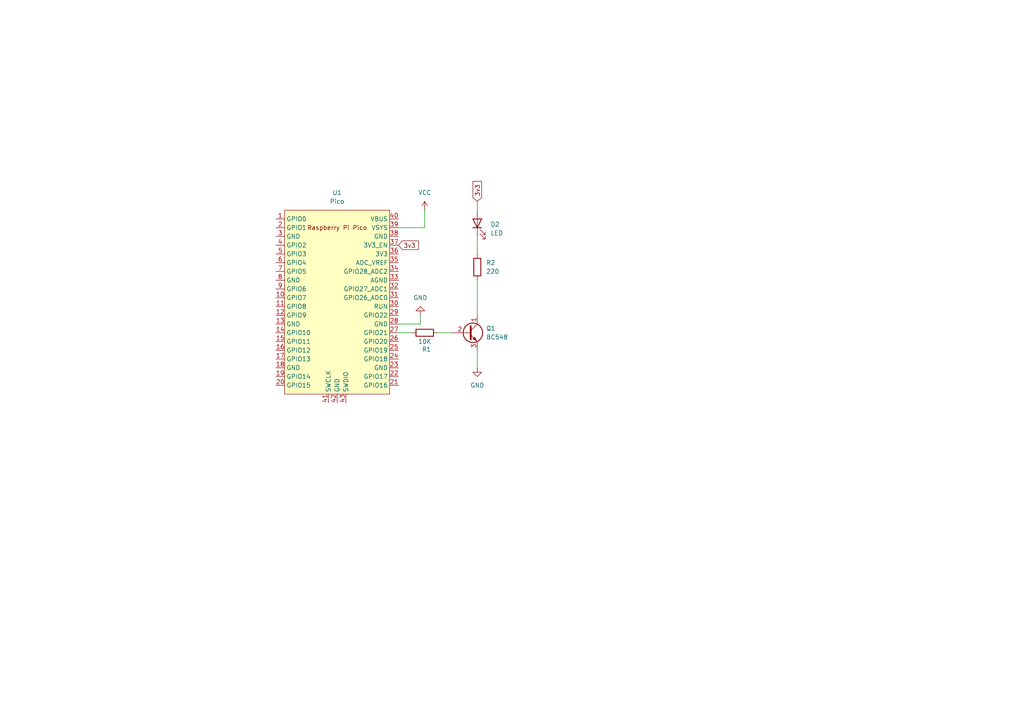
<source format=kicad_sch>
(kicad_sch (version 20231120) (generator "eeschema") (generator_version "8.0")
  (paper "A4")
  (lib_symbols
    (symbol "Device:LED" (pin_numbers hide) (pin_names (offset 1.016) hide)
      (property "Reference" "D" (at 0 2.54 0))
      (property "Value" "LED" (at 0 -2.54 0))
      (symbol "LED_0_1"
        (polyline (pts (xy -1.27 -1.27) (xy -1.27 1.27)) (stroke (width 0.254)))
        (polyline (pts (xy -1.27 0) (xy 1.27 0)))
        (polyline (pts (xy 1.27 -1.27) (xy 1.27 1.27) (xy -1.27 0) (xy 1.27 -1.27)) (stroke (width 0.254)))
        (polyline (pts (xy -3.048 -0.762) (xy -4.572 -2.286) (xy -3.81 -2.286) (xy -4.572 -2.286) (xy -4.572 -1.524)))
        (polyline (pts (xy -1.778 -0.762) (xy -3.302 -2.286) (xy -2.54 -2.286) (xy -3.302 -2.286) (xy -3.302 -1.524)))
      )
      (symbol "LED_1_1"
        (pin passive line (at -3.81 0 0) (length 2.54) (name "K") (number "1"))
        (pin passive line (at 3.81 0 180) (length 2.54) (name "A") (number "2"))
      )
    )
    (symbol "Device:R" (pin_numbers hide) (pin_names (offset 0))
      (property "Reference" "R" (at 2.032 0 90))
      (property "Value" "R" (at 0 0 90))
      (symbol "R_0_1"
        (rectangle (start -1.016 -2.54) (end 1.016 2.54) (stroke (width 0.254)))
      )
      (symbol "R_1_1"
        (pin passive line (at 0 3.81 270) (length 1.27) (name "~") (number "1"))
        (pin passive line (at 0 -3.81 90) (length 1.27) (name "~") (number "2"))
      )
    )
    (symbol "MCU_RaspberryPi_and_Boards:Pico"
      (property "Reference" "U" (at -13.97 27.94 0))
      (property "Value" "Pico" (at 0 19.05 0))
      (symbol "Pico_0_0"
        (text "Raspberry Pi Pico" (at 0 21.59 0) (effects (font (size 1.27 1.27))))
      )
      (symbol "Pico_0_1"
        (rectangle (start -15.24 26.67) (end 15.24 -26.67) (fill (type background)))
      )
      (symbol "Pico_1_1"
        (pin bidirectional line (at -17.78 24.13 0) (length 2.54) (name "GPIO0") (number "1"))
        (pin bidirectional line (at -17.78 1.27 0) (length 2.54) (name "GPIO7") (number "10"))
        (pin bidirectional line (at -17.78 -1.27 0) (length 2.54) (name "GPIO8") (number "11"))
        (pin bidirectional line (at -17.78 -3.81 0) (length 2.54) (name "GPIO9") (number "12"))
        (pin power_in line (at -17.78 -6.35 0) (length 2.54) (name "GND") (number "13"))
        (pin bidirectional line (at -17.78 -8.89 0) (length 2.54) (name "GPIO10") (number "14"))
        (pin bidirectional line (at -17.78 -11.43 0) (length 2.54) (name "GPIO11") (number "15"))
        (pin bidirectional line (at -17.78 -13.97 0) (length 2.54) (name "GPIO12") (number "16"))
        (pin bidirectional line (at -17.78 -16.51 0) (length 2.54) (name "GPIO13") (number "17"))
        (pin power_in line (at -17.78 -19.05 0) (length 2.54) (name "GND") (number "18"))
        (pin bidirectional line (at -17.78 -21.59 0) (length 2.54) (name "GPIO14") (number "19"))
        (pin bidirectional line (at -17.78 21.59 0) (length 2.54) (name "GPIO1") (number "2"))
        (pin bidirectional line (at -17.78 -24.13 0) (length 2.54) (name "GPIO15") (number "20"))
        (pin bidirectional line (at 17.78 -24.13 180) (length 2.54) (name "GPIO16") (number "21"))
        (pin bidirectional line (at 17.78 -21.59 180) (length 2.54) (name "GPIO17") (number "22"))
        (pin power_in line (at 17.78 -19.05 180) (length 2.54) (name "GND") (number "23"))
        (pin bidirectional line (at 17.78 -16.51 180) (length 2.54) (name "GPIO18") (number "24"))
        (pin bidirectional line (at 17.78 -13.97 180) (length 2.54) (name "GPIO19") (number "25"))
        (pin bidirectional line (at 17.78 -11.43 180) (length 2.54) (name "GPIO20") (number "26"))
        (pin bidirectional line (at 17.78 -8.89 180) (length 2.54) (name "GPIO21") (number "27"))
        (pin power_in line (at 17.78 -6.35 180) (length 2.54) (name "GND") (number "28"))
        (pin bidirectional line (at 17.78 -3.81 180) (length 2.54) (name "GPIO22") (number "29"))
        (pin power_in line (at -17.78 19.05 0) (length 2.54) (name "GND") (number "3"))
        (pin input line (at 17.78 -1.27 180) (length 2.54) (name "RUN") (number "30"))
        (pin bidirectional line (at 17.78 1.27 180) (length 2.54) (name "GPIO26_ADC0") (number "31"))
        (pin bidirectional line (at 17.78 3.81 180) (length 2.54) (name "GPIO27_ADC1") (number "32"))
        (pin power_in line (at 17.78 6.35 180) (length 2.54) (name "AGND") (number "33"))
        (pin bidirectional line (at 17.78 8.89 180) (length 2.54) (name "GPIO28_ADC2") (number "34"))
        (pin power_in line (at 17.78 11.43 180) (length 2.54) (name "ADC_VREF") (number "35"))
        (pin power_in line (at 17.78 13.97 180) (length 2.54) (name "3V3") (number "36"))
        (pin input line (at 17.78 16.51 180) (length 2.54) (name "3V3_EN") (number "37"))
        (pin bidirectional line (at 17.78 19.05 180) (length 2.54) (name "GND") (number "38"))
        (pin power_in line (at 17.78 21.59 180) (length 2.54) (name "VSYS") (number "39"))
        (pin bidirectional line (at -17.78 16.51 0) (length 2.54) (name "GPIO2") (number "4"))
        (pin power_in line (at 17.78 24.13 180) (length 2.54) (name "VBUS") (number "40"))
        (pin input line (at -2.54 -29.21 90) (length 2.54) (name "SWCLK") (number "41"))
        (pin power_in line (at 0 -29.21 90) (length 2.54) (name "GND") (number "42"))
        (pin bidirectional line (at 2.54 -29.21 90) (length 2.54) (name "SWDIO") (number "43"))
        (pin bidirectional line (at -17.78 13.97 0) (length 2.54) (name "GPIO3") (number "5"))
        (pin bidirectional line (at -17.78 11.43 0) (length 2.54) (name "GPIO4") (number "6"))
        (pin bidirectional line (at -17.78 8.89 0) (length 2.54) (name "GPIO5") (number "7"))
        (pin power_in line (at -17.78 6.35 0) (length 2.54) (name "GND") (number "8"))
        (pin bidirectional line (at -17.78 3.81 0) (length 2.54) (name "GPIO6") (number "9"))
      )
    )
    (symbol "Transistor_BJT:BC548" (pin_names (offset 0) hide)
      (property "Reference" "Q" (at 5.08 1.905 0))
      (property "Value" "BC548" (at 5.08 0 0))
      (symbol "BC548_0_1"
        (polyline (pts (xy 0 0) (xy 0.635 0)))
        (polyline (pts (xy 0.635 0.635) (xy 2.54 2.54)))
        (polyline (pts (xy 0.635 -0.635) (xy 2.54 -2.54) (xy 2.54 -2.54)))
        (polyline (pts (xy 0.635 1.905) (xy 0.635 -1.905) (xy 0.635 -1.905)) (stroke (width 0.508)))
        (polyline (pts (xy 1.27 -1.778) (xy 1.778 -1.27) (xy 2.286 -2.286) (xy 1.27 -1.778) (xy 1.27 -1.778)) (fill (type outline)))
        (circle (center 1.27 0) (radius 2.8194) (stroke (width 0.254)))
      )
      (symbol "BC548_1_1"
        (pin passive line (at 2.54 5.08 270) (length 2.54) (name "C") (number "1"))
        (pin input line (at -5.08 0 0) (length 5.08) (name "B") (number "2"))
        (pin passive line (at 2.54 -5.08 90) (length 2.54) (name "E") (number "3"))
      )
    )
    (symbol "power:GND" (power) (pin_numbers hide) (pin_names (offset 0) hide)
      (property "Value" "GND" (at 0 -3.81 0))
      (symbol "GND_0_1"
        (polyline (pts (xy 0 0) (xy 0 -1.27) (xy 1.27 -1.27) (xy 0 -2.54) (xy -1.27 -1.27) (xy 0 -1.27)))
      )
      (symbol "GND_1_1"
        (pin power_in line (at 0 0 270) (length 0) (name "~") (number "1"))
      )
    )
    (symbol "power:VCC" (power) (pin_numbers hide) (pin_names (offset 0) hide)
      (property "Value" "VCC" (at 0 3.556 0))
      (symbol "VCC_0_1"
        (polyline (pts (xy -0.762 1.27) (xy 0 2.54)))
        (polyline (pts (xy 0 0) (xy 0 2.54)))
        (polyline (pts (xy 0 2.54) (xy 0.762 1.27)))
      )
      (symbol "VCC_1_1"
        (pin power_in line (at 0 0 90) (length 0) (name "~") (number "1"))
      )
    )
  )
  (wire (pts (xy 138.43 101.6) (xy 138.43 106.68)))
  (wire (pts (xy 138.43 81.28) (xy 138.43 91.44)))
  (wire (pts (xy 115.57 96.52) (xy 119.38 96.52)))
  (wire (pts (xy 115.57 66.04) (xy 123.19 66.04)))
  (wire (pts (xy 121.92 91.44) (xy 121.92 93.98)))
  (wire (pts (xy 127 96.52) (xy 130.81 96.52)))
  (wire (pts (xy 123.19 60.96) (xy 123.19 66.04)))
  (wire (pts (xy 138.43 68.58) (xy 138.43 73.66)))
  (wire (pts (xy 138.43 58.42) (xy 138.43 60.96)))
  (wire (pts (xy 115.57 93.98) (xy 121.92 93.98)))
  (global_label "3v3" (shape input) (at 138.43 58.42 90) (property "Intersheetrefs" "${INTERSHEET_REFS}" (effects (hide yes))))
  (global_label "3v3" (shape input) (at 115.57 71.12 0) (property "Intersheetrefs" "${INTERSHEET_REFS}" (effects (hide yes))))
  (symbol (lib_id "power:GND") (at 121.92 91.44 180) (unit 1)
    (property "Reference" "#PWR03" (effects (hide yes)))
    (property "Value" "GND" (at 121.92 86.36 0))
    (property "Description" "Power symbol creates a global label with name \"GND\" , ground" (effects (hide yes)))
  )
  (symbol (lib_id "Device:R") (at 123.19 96.52 90) (unit 1)
    (property "Reference" "R1" (at 123.698 101.346 90))
    (property "Value" "10K" (at 123.19 99.06 90))
    (property "Footprint" "Resistor_THT:R_Axial_DIN0204_L3.6mm_D1.6mm_P5.08mm_Vertical" (effects (hide yes)))
    (property "Description" "Resistor" (effects (hide yes)))
  )
  (symbol (lib_id "power:GND") (at 138.43 106.68 0) (unit 1)
    (property "Reference" "#PWR02" (effects (hide yes)))
    (property "Value" "GND" (at 138.43 111.76 0))
    (property "Description" "Power symbol creates a global label with name \"GND\" , ground" (effects (hide yes)))
  )
  (symbol (lib_id "MCU_RaspberryPi_and_Boards:Pico") (at 97.79 87.63 0) (unit 1)
    (property "Reference" "U1" (at 97.79 55.88 0))
    (property "Value" "Pico" (at 97.79 58.42 0))
    (property "Footprint" "MCU_RaspberryPi_and_Boards:RPi_Pico_SMD_TH" (effects (hide yes)))
  )
  (symbol (lib_id "power:VCC") (at 123.19 60.96 0) (unit 1)
    (property "Reference" "#PWR01" (effects (hide yes)))
    (property "Value" "VCC" (at 123.19 55.88 0))
    (property "Description" "Power symbol creates a global label with name \"VCC\"" (effects (hide yes)))
  )
  (symbol (lib_id "Device:R") (at 138.43 77.47 0) (unit 1)
    (property "Reference" "R2" (at 140.97 76.1999 0) (effects (justify left)))
    (property "Value" "220" (at 140.97 78.7399 0) (effects (justify left)))
    (property "Footprint" "Resistor_THT:R_Axial_DIN0204_L3.6mm_D1.6mm_P5.08mm_Vertical" (effects (hide yes)))
    (property "Description" "Resistor" (effects (hide yes)))
  )
  (symbol (lib_id "Transistor_BJT:BC548") (at 135.89 96.52 0) (unit 1)
    (property "Reference" "Q1" (at 140.97 95.2499 0) (effects (justify left)))
    (property "Value" "BC548" (at 140.97 97.7899 0) (effects (justify left)))
    (property "Footprint" "Package_TO_SOT_THT:TO-92_Inline" (effects (hide yes)))
    (property "Datasheet" "https://www.onsemi.com/pub/Collateral/BC550-D.pdf" (effects (hide yes)))
    (property "Description" "0.1A Ic, 30V Vce, Small Signal NPN Transistor, TO-92" (effects (hide yes)))
  )
  (symbol (lib_id "Device:LED") (at 138.43 64.77 90) (unit 1)
    (property "Reference" "D2" (at 142.24 65.0874 90) (effects (justify right)))
    (property "Value" "LED" (at 142.24 67.6274 90) (effects (justify right)))
    (property "Footprint" "LED_THT:LED_D1.8mm_W1.8mm_H2.4mm_Horizontal_O1.27mm_Z8.2mm" (effects (hide yes)))
    (property "Description" "Light emitting diode" (effects (hide yes)))
  )
)
</source>
